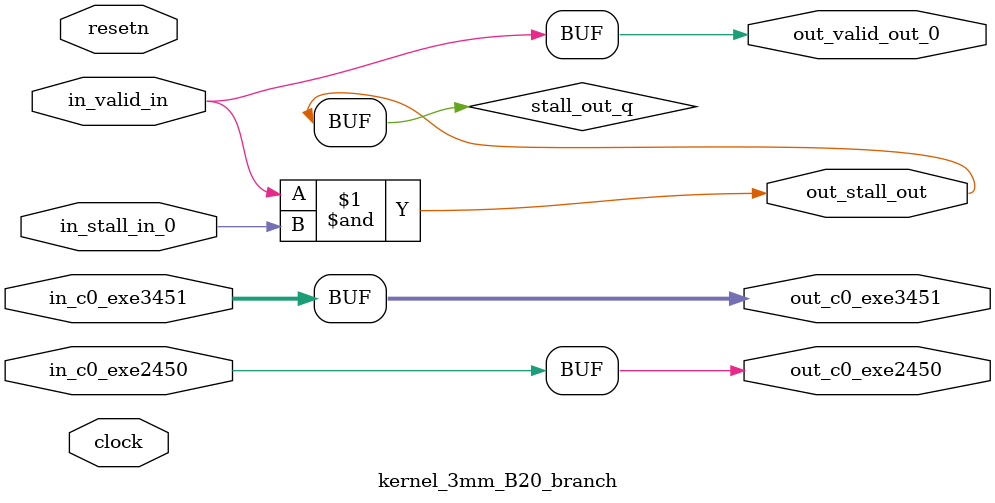
<source format=sv>



(* altera_attribute = "-name AUTO_SHIFT_REGISTER_RECOGNITION OFF; -name MESSAGE_DISABLE 10036; -name MESSAGE_DISABLE 10037; -name MESSAGE_DISABLE 14130; -name MESSAGE_DISABLE 14320; -name MESSAGE_DISABLE 15400; -name MESSAGE_DISABLE 14130; -name MESSAGE_DISABLE 10036; -name MESSAGE_DISABLE 12020; -name MESSAGE_DISABLE 12030; -name MESSAGE_DISABLE 12010; -name MESSAGE_DISABLE 12110; -name MESSAGE_DISABLE 14320; -name MESSAGE_DISABLE 13410; -name MESSAGE_DISABLE 113007; -name MESSAGE_DISABLE 10958" *)
module kernel_3mm_B20_branch (
    input wire [0:0] in_c0_exe2450,
    input wire [31:0] in_c0_exe3451,
    input wire [0:0] in_stall_in_0,
    input wire [0:0] in_valid_in,
    output wire [0:0] out_c0_exe2450,
    output wire [31:0] out_c0_exe3451,
    output wire [0:0] out_stall_out,
    output wire [0:0] out_valid_out_0,
    input wire clock,
    input wire resetn
    );

    wire [0:0] stall_out_q;


    // out_c0_exe2450(GPOUT,6)
    assign out_c0_exe2450 = in_c0_exe2450;

    // out_c0_exe3451(GPOUT,7)
    assign out_c0_exe3451 = in_c0_exe3451;

    // stall_out(LOGICAL,10)
    assign stall_out_q = in_valid_in & in_stall_in_0;

    // out_stall_out(GPOUT,8)
    assign out_stall_out = stall_out_q;

    // out_valid_out_0(GPOUT,9)
    assign out_valid_out_0 = in_valid_in;

endmodule

</source>
